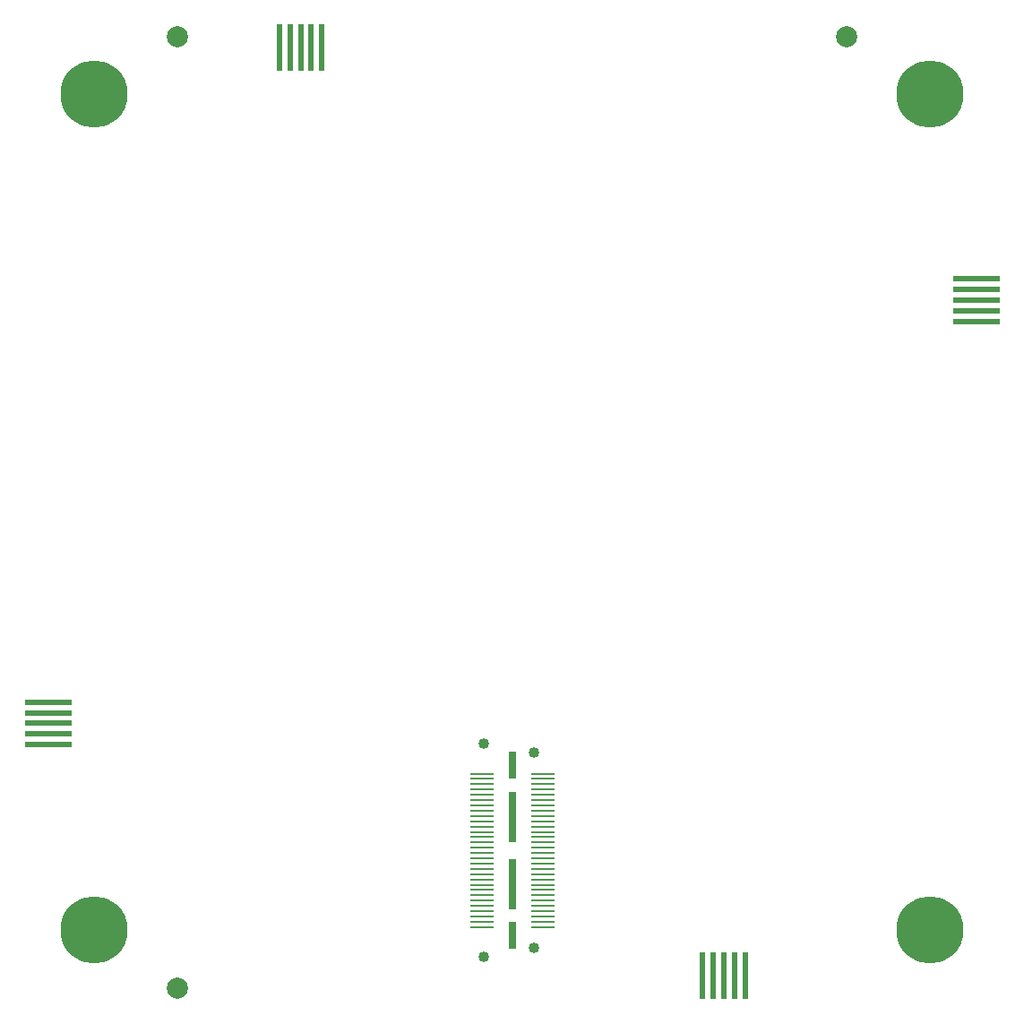
<source format=gbs>
G04 (created by PCBNEW (2013-07-07 BZR 4022)-stable) date 3/26/2016 10:09:36 AM*
%MOIN*%
G04 Gerber Fmt 3.4, Leading zero omitted, Abs format*
%FSLAX34Y34*%
G01*
G70*
G90*
G04 APERTURE LIST*
%ADD10C,0.00590551*%
%ADD11C,0.25*%
%ADD12C,0.0401575*%
%ADD13R,0.0252X0.185*%
%ADD14R,0.0252X0.1*%
%ADD15R,0.0893701X0.0109843*%
%ADD16C,0.0787402*%
%ADD17R,0.0240157X0.175197*%
%ADD18R,0.175197X0.0240157*%
G04 APERTURE END LIST*
G54D10*
G54D11*
X42519Y-44488D03*
X73622Y-44488D03*
X73622Y-75590D03*
X42519Y-75590D03*
G54D12*
X57019Y-76603D03*
X57019Y-68677D03*
G54D13*
X58070Y-71390D03*
X58070Y-73890D03*
G54D14*
X58070Y-75815D03*
X58070Y-69465D03*
G54D15*
X59198Y-69786D03*
X56942Y-69786D03*
X59198Y-69983D03*
X56942Y-69983D03*
X59198Y-70179D03*
X56942Y-70179D03*
X59198Y-70376D03*
X56942Y-70376D03*
X59198Y-70573D03*
X56942Y-70573D03*
X59198Y-70770D03*
X56942Y-70770D03*
X59198Y-70967D03*
X56942Y-70967D03*
X59198Y-71164D03*
X56942Y-71164D03*
X59198Y-71361D03*
X56942Y-71361D03*
X59198Y-71557D03*
X56942Y-71557D03*
X59198Y-71754D03*
X56942Y-71754D03*
X59198Y-71951D03*
X56942Y-71951D03*
X59198Y-72148D03*
X56942Y-72148D03*
X59198Y-72345D03*
X56942Y-72345D03*
X59198Y-72542D03*
X56942Y-72542D03*
X59198Y-72738D03*
X56942Y-72738D03*
X59198Y-72935D03*
X56942Y-72935D03*
X59198Y-73132D03*
X56942Y-73132D03*
X59198Y-73329D03*
X56942Y-73329D03*
X59198Y-73526D03*
X56942Y-73526D03*
X59198Y-73723D03*
X56942Y-73723D03*
X59198Y-73920D03*
X56942Y-73920D03*
X59198Y-74116D03*
X56942Y-74116D03*
X59198Y-74313D03*
X56942Y-74313D03*
X59198Y-74510D03*
X56942Y-74510D03*
X59198Y-74707D03*
X56942Y-74707D03*
X59198Y-74904D03*
X56942Y-74904D03*
X59198Y-75101D03*
X56942Y-75101D03*
X59198Y-75298D03*
X56942Y-75298D03*
X59198Y-75494D03*
X56942Y-75494D03*
G54D12*
X58869Y-76275D03*
X58869Y-69000D03*
G54D16*
X45600Y-42350D03*
X45600Y-77750D03*
X70500Y-42350D03*
G54D17*
X66734Y-77316D03*
X66340Y-77316D03*
X65946Y-77316D03*
X65553Y-77316D03*
X65159Y-77316D03*
X49411Y-42761D03*
X49805Y-42761D03*
X50198Y-42761D03*
X50592Y-42761D03*
X50986Y-42761D03*
G54D18*
X40793Y-68698D03*
X40793Y-68305D03*
X40793Y-67911D03*
X40793Y-67517D03*
X40793Y-67124D03*
X75348Y-51375D03*
X75348Y-51769D03*
X75348Y-52163D03*
X75348Y-52557D03*
X75348Y-52950D03*
M02*

</source>
